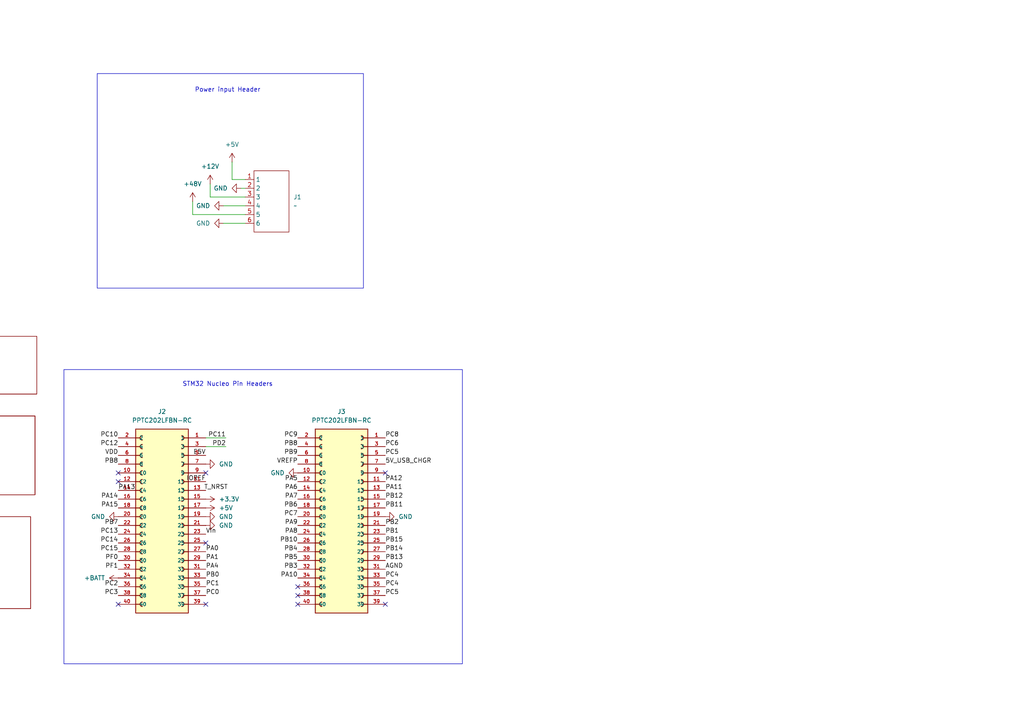
<source format=kicad_sch>
(kicad_sch (version 20250114) (generator "eeschema") (generator_version "9.0")
  (paper "A4")
  (lib_symbols
    (symbol "Directory:PPTC202LFBN-RC" (pin_names (offset 1.016))
      (property "Reference" "J" (at -7.62 28.702 0))
      (property "Value" "PPTC202LFBN-RC" (at -7.62 -27.94 0))
      (symbol "PPTC202LFBN-RC_0_0"
        (polyline (pts (xy -7.62 25.4) (xy -6.35 25.4)) (stroke (width 0.254)))
        (polyline (pts (xy -7.62 22.86) (xy -6.35 22.86)) (stroke (width 0.254)))
        (polyline (pts (xy -7.62 20.32) (xy -6.35 20.32)) (stroke (width 0.254)))
        (polyline (pts (xy -7.62 17.78) (xy -6.35 17.78)) (stroke (width 0.254)))
        (polyline (pts (xy -7.62 15.24) (xy -6.35 15.24)) (stroke (width 0.254)))
        (polyline (pts (xy -7.62 12.7) (xy -6.35 12.7)) (stroke (width 0.254)))
        (polyline (pts (xy -7.62 10.16) (xy -6.35 10.16)) (stroke (width 0.254)))
        (polyline (pts (xy -7.62 7.62) (xy -6.35 7.62)) (stroke (width 0.254)))
        (polyline (pts (xy -7.62 5.08) (xy -6.35 5.08)) (stroke (width 0.254)))
        (polyline (pts (xy -7.62 2.54) (xy -6.35 2.54)) (stroke (width 0.254)))
        (polyline (pts (xy -7.62 0) (xy -6.35 0)) (stroke (width 0.254)))
        (polyline (pts (xy -7.62 -2.54) (xy -6.35 -2.54)) (stroke (width 0.254)))
        (polyline (pts (xy -7.62 -5.08) (xy -6.35 -5.08)) (stroke (width 0.254)))
        (polyline (pts (xy -7.62 -7.62) (xy -6.35 -7.62)) (stroke (width 0.254)))
        (polyline (pts (xy -7.62 -10.16) (xy -6.35 -10.16)) (stroke (width 0.254)))
        (polyline (pts (xy -7.62 -12.7) (xy -6.35 -12.7)) (stroke (width 0.254)))
        (polyline (pts (xy -7.62 -15.24) (xy -6.35 -15.24)) (stroke (width 0.254)))
        (polyline (pts (xy -7.62 -17.78) (xy -6.35 -17.78)) (stroke (width 0.254)))
        (polyline (pts (xy -7.62 -20.32) (xy -6.35 -20.32)) (stroke (width 0.254)))
        (polyline (pts (xy -7.62 -22.86) (xy -6.35 -22.86)) (stroke (width 0.254)))
        (rectangle (start -7.62 -25.4) (end 7.62 27.94) (stroke (width 0.254)) (fill (type background)))
        (arc (start -5.715 24.765) (mid -6.3472 25.4) (end -5.715 26.035) (stroke (width 0.254)))
        (arc (start -5.715 22.225) (mid -6.3472 22.86) (end -5.715 23.495) (stroke (width 0.254)))
        (arc (start -5.715 19.685) (mid -6.3472 20.32) (end -5.715 20.955) (stroke (width 0.254)))
        (arc (start -5.715 17.145) (mid -6.3472 17.78) (end -5.715 18.415) (stroke (width 0.254)))
        (arc (start -5.715 14.605) (mid -6.3472 15.24) (end -5.715 15.875) (stroke (width 0.254)))
        (arc (start -5.715 12.065) (mid -6.3472 12.7) (end -5.715 13.335) (stroke (width 0.254)))
        (arc (start -5.715 9.525) (mid -6.3472 10.16) (end -5.715 10.795) (stroke (width 0.254)))
        (arc (start -5.715 6.985) (mid -6.3472 7.62) (end -5.715 8.255) (stroke (width 0.254)))
        (arc (start -5.715 4.445) (mid -6.3472 5.08) (end -5.715 5.715) (stroke (width 0.254)))
        (arc (start -5.715 1.905) (mid -6.3472 2.54) (end -5.715 3.175) (stroke (width 0.254)))
        (arc (start -5.715 -0.635) (mid -6.3472 0) (end -5.715 0.635) (stroke (width 0.254)))
        (arc (start -5.715 -3.175) (mid -6.3472 -2.54) (end -5.715 -1.905) (stroke (width 0.254)))
        (arc (start -5.715 -5.715) (mid -6.3472 -5.08) (end -5.715 -4.445) (stroke (width 0.254)))
        (arc (start -5.715 -8.255) (mid -6.3472 -7.62) (end -5.715 -6.985) (stroke (width 0.254)))
        (arc (start -5.715 -10.795) (mid -6.3472 -10.16) (end -5.715 -9.525) (stroke (width 0.254)))
        (arc (start -5.715 -13.335) (mid -6.3472 -12.7) (end -5.715 -12.065) (stroke (width 0.254)))
        (arc (start -5.715 -15.875) (mid -6.3472 -15.24) (end -5.715 -14.605) (stroke (width 0.254)))
        (arc (start -5.715 -18.415) (mid -6.3472 -17.78) (end -5.715 -17.145) (stroke (width 0.254)))
        (arc (start -5.715 -20.955) (mid -6.3472 -20.32) (end -5.715 -19.685) (stroke (width 0.254)))
        (arc (start -5.715 -23.495) (mid -6.3472 -22.86) (end -5.715 -22.225) (stroke (width 0.254)))
        (arc (start 5.715 26.035) (mid 6.3472 25.4) (end 5.715 24.765) (stroke (width 0.254)))
        (arc (start 5.715 23.495) (mid 6.3472 22.86) (end 5.715 22.225) (stroke (width 0.254)))
        (arc (start 5.715 20.955) (mid 6.3472 20.32) (end 5.715 19.685) (stroke (width 0.254)))
        (arc (start 5.715 18.415) (mid 6.3472 17.78) (end 5.715 17.145) (stroke (width 0.254)))
        (arc (start 5.715 15.875) (mid 6.3472 15.24) (end 5.715 14.605) (stroke (width 0.254)))
        (arc (start 5.715 13.335) (mid 6.3472 12.7) (end 5.715 12.065) (stroke (width 0.254)))
        (arc (start 5.715 10.795) (mid 6.3472 10.16) (end 5.715 9.525) (stroke (width 0.254)))
        (arc (start 5.715 8.255) (mid 6.3472 7.62) (end 5.715 6.985) (stroke (width 0.254)))
        (arc (start 5.715 5.715) (mid 6.3472 5.08) (end 5.715 4.445) (stroke (width 0.254)))
        (arc (start 5.715 3.175) (mid 6.3472 2.54) (end 5.715 1.905) (stroke (width 0.254)))
        (arc (start 5.715 0.635) (mid 6.3472 0) (end 5.715 -0.635) (stroke (width 0.254)))
        (arc (start 5.715 -1.905) (mid 6.3472 -2.54) (end 5.715 -3.175) (stroke (width 0.254)))
        (arc (start 5.715 -4.445) (mid 6.3472 -5.08) (end 5.715 -5.715) (stroke (width 0.254)))
        (arc (start 5.715 -6.985) (mid 6.3472 -7.62) (end 5.715 -8.255) (stroke (width 0.254)))
        (arc (start 5.715 -9.525) (mid 6.3472 -10.16) (end 5.715 -10.795) (stroke (width 0.254)))
        (arc (start 5.715 -12.065) (mid 6.3472 -12.7) (end 5.715 -13.335) (stroke (width 0.254)))
        (arc (start 5.715 -14.605) (mid 6.3472 -15.24) (end 5.715 -15.875) (stroke (width 0.254)))
        (arc (start 5.715 -17.145) (mid 6.3472 -17.78) (end 5.715 -18.415) (stroke (width 0.254)))
        (arc (start 5.715 -19.685) (mid 6.3472 -20.32) (end 5.715 -20.955) (stroke (width 0.254)))
        (arc (start 5.715 -22.225) (mid 6.3472 -22.86) (end 5.715 -23.495) (stroke (width 0.254)))
        (polyline (pts (xy 7.62 25.4) (xy 6.35 25.4)) (stroke (width 0.254)))
        (polyline (pts (xy 7.62 22.86) (xy 6.35 22.86)) (stroke (width 0.254)))
        (polyline (pts (xy 7.62 20.32) (xy 6.35 20.32)) (stroke (width 0.254)))
        (polyline (pts (xy 7.62 17.78) (xy 6.35 17.78)) (stroke (width 0.254)))
        (polyline (pts (xy 7.62 15.24) (xy 6.35 15.24)) (stroke (width 0.254)))
        (polyline (pts (xy 7.62 12.7) (xy 6.35 12.7)) (stroke (width 0.254)))
        (polyline (pts (xy 7.62 10.16) (xy 6.35 10.16)) (stroke (width 0.254)))
        (polyline (pts (xy 7.62 7.62) (xy 6.35 7.62)) (stroke (width 0.254)))
        (polyline (pts (xy 7.62 5.08) (xy 6.35 5.08)) (stroke (width 0.254)))
        (polyline (pts (xy 7.62 2.54) (xy 6.35 2.54)) (stroke (width 0.254)))
        (polyline (pts (xy 7.62 0) (xy 6.35 0)) (stroke (width 0.254)))
        (polyline (pts (xy 7.62 -2.54) (xy 6.35 -2.54)) (stroke (width 0.254)))
        (polyline (pts (xy 7.62 -5.08) (xy 6.35 -5.08)) (stroke (width 0.254)))
        (polyline (pts (xy 7.62 -7.62) (xy 6.35 -7.62)) (stroke (width 0.254)))
        (polyline (pts (xy 7.62 -10.16) (xy 6.35 -10.16)) (stroke (width 0.254)))
        (polyline (pts (xy 7.62 -12.7) (xy 6.35 -12.7)) (stroke (width 0.254)))
        (polyline (pts (xy 7.62 -15.24) (xy 6.35 -15.24)) (stroke (width 0.254)))
        (polyline (pts (xy 7.62 -17.78) (xy 6.35 -17.78)) (stroke (width 0.254)))
        (polyline (pts (xy 7.62 -20.32) (xy 6.35 -20.32)) (stroke (width 0.254)))
        (polyline (pts (xy 7.62 -22.86) (xy 6.35 -22.86)) (stroke (width 0.254)))
        (pin passive line (at -12.7 25.4 0) (length 5.08) (name "1") (number "1"))
        (pin passive line (at -12.7 22.86 0) (length 5.08) (name "3") (number "3"))
        (pin passive line (at -12.7 20.32 0) (length 5.08) (name "5") (number "5"))
        (pin passive line (at -12.7 17.78 0) (length 5.08) (name "7") (number "7"))
        (pin passive line (at -12.7 15.24 0) (length 5.08) (name "9") (number "9"))
        (pin passive line (at -12.7 12.7 0) (length 5.08) (name "11") (number "11"))
        (pin passive line (at -12.7 10.16 0) (length 5.08) (name "13") (number "13"))
        (pin passive line (at -12.7 7.62 0) (length 5.08) (name "15") (number "15"))
        (pin passive line (at -12.7 5.08 0) (length 5.08) (name "17") (number "17"))
        (pin passive line (at -12.7 2.54 0) (length 5.08) (name "19") (number "19"))
        (pin passive line (at -12.7 0 0) (length 5.08) (name "21") (number "21"))
        (pin passive line (at -12.7 -2.54 0) (length 5.08) (name "23") (number "23"))
        (pin passive line (at -12.7 -5.08 0) (length 5.08) (name "25") (number "25"))
        (pin passive line (at -12.7 -7.62 0) (length 5.08) (name "27") (number "27"))
        (pin passive line (at -12.7 -10.16 0) (length 5.08) (name "29") (number "29"))
        (pin passive line (at -12.7 -12.7 0) (length 5.08) (name "31") (number "31"))
        (pin passive line (at -12.7 -15.24 0) (length 5.08) (name "33") (number "33"))
        (pin passive line (at -12.7 -17.78 0) (length 5.08) (name "35") (number "35"))
        (pin passive line (at -12.7 -20.32 0) (length 5.08) (name "37") (number "37"))
        (pin passive line (at -12.7 -22.86 0) (length 5.08) (name "39") (number "39"))
        (pin passive line (at 12.7 25.4 180) (length 5.08) (name "2") (number "2"))
        (pin passive line (at 12.7 22.86 180) (length 5.08) (name "4") (number "4"))
        (pin passive line (at 12.7 20.32 180) (length 5.08) (name "6") (number "6"))
        (pin passive line (at 12.7 17.78 180) (length 5.08) (name "8") (number "8"))
        (pin passive line (at 12.7 15.24 180) (length 5.08) (name "10") (number "10"))
        (pin passive line (at 12.7 12.7 180) (length 5.08) (name "12") (number "12"))
        (pin passive line (at 12.7 10.16 180) (length 5.08) (name "14") (number "14"))
        (pin passive line (at 12.7 7.62 180) (length 5.08) (name "16") (number "16"))
        (pin passive line (at 12.7 5.08 180) (length 5.08) (name "18") (number "18"))
        (pin passive line (at 12.7 2.54 180) (length 5.08) (name "20") (number "20"))
        (pin passive line (at 12.7 0 180) (length 5.08) (name "22") (number "22"))
        (pin passive line (at 12.7 -2.54 180) (length 5.08) (name "24") (number "24"))
        (pin passive line (at 12.7 -5.08 180) (length 5.08) (name "26") (number "26"))
        (pin passive line (at 12.7 -7.62 180) (length 5.08) (name "28") (number "28"))
        (pin passive line (at 12.7 -10.16 180) (length 5.08) (name "30") (number "30"))
        (pin passive line (at 12.7 -12.7 180) (length 5.08) (name "32") (number "32"))
        (pin passive line (at 12.7 -15.24 180) (length 5.08) (name "34") (number "34"))
        (pin passive line (at 12.7 -17.78 180) (length 5.08) (name "36") (number "36"))
        (pin passive line (at 12.7 -20.32 180) (length 5.08) (name "38") (number "38"))
        (pin passive line (at 12.7 -22.86 180) (length 5.08) (name "40") (number "40"))
      )
    )
    (symbol "TB005-762-06BE:TB005-762-06BE"
      (property "Reference" "J" (at 0 0 0))
      (symbol "TB005-762-06BE_0_1"
        (rectangle (start 2.54 0) (end 12.7 -17.78))
      )
      (symbol "TB005-762-06BE_1_1"
        (pin input line (at 0 -2.54 0) (length 2.54) (name "1") (number "1"))
        (pin input line (at 0 -5.08 0) (length 2.54) (name "2") (number "2"))
        (pin input line (at 0 -7.62 0) (length 2.54) (name "3") (number "3"))
        (pin input line (at 0 -10.16 0) (length 2.54) (name "4") (number "4"))
        (pin input line (at 0 -12.7 0) (length 2.54) (name "5") (number "5"))
        (pin input line (at 0 -15.24 0) (length 2.54) (name "6") (number "6"))
      )
    )
    (symbol "power:+12V" (power) (pin_numbers (hide yes)) (pin_names (offset 0) (hide yes))
      (property "Value" "+12V" (at 0 3.556 0))
      (symbol "+12V_0_1"
        (polyline (pts (xy -0.762 1.27) (xy 0 2.54)))
        (polyline (pts (xy 0 2.54) (xy 0.762 1.27)))
        (polyline (pts (xy 0 0) (xy 0 2.54)))
      )
      (symbol "+12V_1_1"
        (pin power_in line (at 0 0 90) (length 0) (name "~") (number "1"))
      )
    )
    (symbol "power:+3.3V" (power) (pin_numbers (hide yes)) (pin_names (offset 0) (hide yes))
      (property "Value" "+3.3V" (at 0 3.556 0))
      (symbol "+3.3V_0_1"
        (polyline (pts (xy -0.762 1.27) (xy 0 2.54)))
        (polyline (pts (xy 0 2.54) (xy 0.762 1.27)))
        (polyline (pts (xy 0 0) (xy 0 2.54)))
      )
      (symbol "+3.3V_1_1"
        (pin power_in line (at 0 0 90) (length 0) (name "~") (number "1"))
      )
    )
    (symbol "power:+48V" (power) (pin_numbers (hide yes)) (pin_names (offset 0) (hide yes))
      (property "Value" "+48V" (at 0 3.556 0))
      (symbol "+48V_0_1"
        (polyline (pts (xy -0.762 1.27) (xy 0 2.54)))
        (polyline (pts (xy 0 2.54) (xy 0.762 1.27)))
        (polyline (pts (xy 0 0) (xy 0 2.54)))
      )
      (symbol "+48V_1_1"
        (pin power_in line (at 0 0 90) (length 0) (name "~") (number "1"))
      )
    )
    (symbol "power:+5V" (power) (pin_numbers (hide yes)) (pin_names (offset 0) (hide yes))
      (property "Value" "+5V" (at 0 3.556 0))
      (symbol "+5V_0_1"
        (polyline (pts (xy -0.762 1.27) (xy 0 2.54)))
        (polyline (pts (xy 0 2.54) (xy 0.762 1.27)))
        (polyline (pts (xy 0 0) (xy 0 2.54)))
      )
      (symbol "+5V_1_1"
        (pin power_in line (at 0 0 90) (length 0) (name "~") (number "1"))
      )
    )
    (symbol "power:+BATT" (power) (pin_numbers (hide yes)) (pin_names (offset 0) (hide yes))
      (property "Value" "+BATT" (at 0 3.556 0))
      (symbol "+BATT_0_1"
        (polyline (pts (xy -0.762 1.27) (xy 0 2.54)))
        (polyline (pts (xy 0 2.54) (xy 0.762 1.27)))
        (polyline (pts (xy 0 0) (xy 0 2.54)))
      )
      (symbol "+BATT_1_1"
        (pin power_in line (at 0 0 90) (length 0) (name "~") (number "1"))
      )
    )
    (symbol "power:GND" (power) (pin_numbers (hide yes)) (pin_names (offset 0) (hide yes))
      (property "Value" "GND" (at 0 -3.81 0))
      (symbol "GND_0_1"
        (polyline (pts (xy 0 0) (xy 0 -1.27) (xy 1.27 -1.27) (xy 0 -2.54) (xy -1.27 -1.27) (xy 0 -1.27)))
      )
      (symbol "GND_1_1"
        (pin power_in line (at 0 0 270) (length 0) (name "~") (number "1"))
      )
    )
  )
  (rectangle (start 28.194 21.336) (end 105.41 83.566))
  (rectangle (start 18.542 107.188) (end 134.112 192.532))
  (text "STM32 Nucleo Pin Headers\n" (at 66.04 111.506 0) (effects (font (size 1.27 1.27))))
  (text "Power input Header" (at 66.04 26.162 0) (effects (font (size 1.27 1.27))))
  (no_connect (at 34.29 137.16))
  (no_connect (at 86.36 170.18))
  (no_connect (at 111.76 175.26))
  (no_connect (at 86.36 172.72))
  (no_connect (at 59.69 137.16))
  (no_connect (at 111.76 137.16))
  (no_connect (at 34.29 139.7))
  (no_connect (at 86.36 175.26))
  (no_connect (at 34.29 175.26))
  (no_connect (at 59.69 157.48))
  (no_connect (at 59.69 175.26))
  (wire (pts (xy 65.532 129.54) (xy 59.69 129.54)))
  (wire (pts (xy 71.12 59.69) (xy 64.77 59.69)))
  (wire (pts (xy 59.69 127) (xy 65.532 127)))
  (wire (pts (xy 55.88 58.42) (xy 55.88 62.23)))
  (wire (pts (xy 71.12 54.61) (xy 69.85 54.61)))
  (wire (pts (xy 55.88 62.23) (xy 71.12 62.23)))
  (wire (pts (xy 67.31 46.99) (xy 67.31 52.07)))
  (wire (pts (xy 71.12 64.77) (xy 64.77 64.77)))
  (wire (pts (xy 67.31 52.07) (xy 71.12 52.07)))
  (wire (pts (xy 60.96 53.34) (xy 60.96 57.15)))
  (wire (pts (xy 60.96 57.15) (xy 71.12 57.15)))
  (label "PC4" (at 111.76 167.64 0))
  (label "VREFP" (at 86.36 134.62 180))
  (label "PB8" (at 34.29 134.62 180))
  (label "PB14" (at 111.76 160.02 0))
  (label "Vin" (at 59.69 154.94 0))
  (label "PA8" (at 86.36 154.94 180))
  (label "PA13" (at 34.29 142.24 0))
  (label "PB12" (at 111.76 144.78 0))
  (label "PC13" (at 34.29 154.94 180))
  (label "VDD" (at 34.29 132.08 180))
  (label "PA14" (at 34.29 144.78 180))
  (label "PA6" (at 86.36 142.24 180))
  (label "PA10" (at 86.36 167.64 180))
  (label "PB0" (at 59.69 167.64 0))
  (label "PF0" (at 34.29 162.56 180))
  (label "PA0" (at 59.69 160.02 0))
  (label "PD2" (at 65.532 129.54 180))
  (label "PB8" (at 86.36 129.54 180))
  (label "PC9" (at 86.36 127 180))
  (label "PB11" (at 111.76 147.32 0))
  (label "PA5" (at 86.36 139.7 180))
  (label "PC6" (at 111.76 129.54 0))
  (label "PB2" (at 111.76 152.4 0))
  (label "PC7" (at 86.36 149.86 180))
  (label "PA1" (at 59.69 162.56 0))
  (label "PB9" (at 86.36 132.08 180))
  (label "IOREF" (at 59.69 139.7 180))
  (label "PB10" (at 86.36 157.48 180))
  (label "PC4" (at 111.76 170.18 0))
  (label "PC15" (at 34.29 160.02 180))
  (label "PA9" (at 86.36 152.4 180))
  (label "PC2" (at 34.29 170.18 180))
  (label "PB7" (at 34.29 152.4 180))
  (label "PA7" (at 86.36 144.78 180))
  (label "PA15" (at 34.29 147.32 180))
  (label "5V_USB_CHGR" (at 111.76 134.62 0))
  (label "PC1" (at 59.69 170.18 0))
  (label "PC3" (at 34.29 172.72 180))
  (label "PC5" (at 111.76 172.72 0))
  (label "PB4" (at 86.36 160.02 180))
  (label "PF1" (at 34.29 165.1 180))
  (label "AGND" (at 111.76 165.1 0))
  (label "PB13" (at 111.76 162.56 0))
  (label "PB5" (at 86.36 162.56 180))
  (label "PB1" (at 111.76 154.94 0))
  (label "PB15" (at 111.76 157.48 0))
  (label "E5V" (at 59.69 132.08 180))
  (label "T_NRST" (at 59.182 142.24 0))
  (label "PA11" (at 111.76 142.24 0))
  (label "PC11" (at 65.532 127 180))
  (label "PB3" (at 86.36 165.1 180))
  (label "PB6" (at 86.36 147.32 180))
  (label "PC8" (at 111.76 127 0))
  (label "PA12" (at 111.76 139.7 0))
  (label "PC5" (at 111.76 132.08 0))
  (label "PC10" (at 34.29 127 180))
  (label "PC12" (at 34.29 129.54 180))
  (label "PC0" (at 59.69 172.72 0))
  (label "PC14" (at 34.29 157.48 180))
  (label "PA4" (at 59.69 165.1 0))
  (symbol (lib_id "TB005-762-06BE:TB005-762-06BE") (at 71.12 49.53 0) (unit 1)
    (property "Reference" "J1" (at 85.09 57.1499 0) (effects (justify left)))
    (property "Value" "~" (at 85.09 59.6899 0) (effects (justify left)))
    (property "Footprint" "Custom:CUI_TB005_-762-06BE" (effects (hide yes)))
  )
  (symbol (lib_id "Directory:PPTC202LFBN-RC") (at 99.06 152.4 0) (mirror y) (unit 1)
    (property "Reference" "J3" (at 99.06 119.38 0))
    (property "Value" "PPTC202LFBN-RC" (at 99.06 121.92 0))
    (property "Footprint" "Custom:TE_2-215307-0" (effects (hide yes)))
    (property "PARTREV" "L" (effects (hide yes)))
    (property "STANDARD" "Manufacturer Recommendations" (effects (hide yes)))
    (property "SNAPEDA_PN" "PPTC202LFBN-RC" (effects (hide yes)))
    (property "MAXIMUM_PACKAGE_HEIGHT" "8.5mm" (effects (hide yes)))
    (property "MANUFACTURER" "Sullins Connector Solutions" (effects (hide yes)))
  )
  (symbol (lib_id "power:GND") (at 59.69 134.62 90) (mirror x) (unit 1)
    (property "Reference" "#PWR07" (effects (hide yes)))
    (property "Value" "GND" (at 63.5 134.6199 90) (effects (justify right)))
    (property "Description" "Power symbol creates a global label with name \"GND\" , ground" (effects (hide yes)))
  )
  (symbol (lib_id "power:+5V") (at 59.69 147.32 270) (mirror x) (unit 1)
    (property "Reference" "#PWR011" (effects (hide yes)))
    (property "Value" "+5V" (at 63.5 147.3199 90) (effects (justify left)))
    (property "Description" "Power symbol creates a global label with name \"+5V\"" (effects (hide yes)))
  )
  (symbol (lib_id "power:+3.3V") (at 59.69 144.78 270) (mirror x) (unit 1)
    (property "Reference" "#PWR08" (effects (hide yes)))
    (property "Value" "+3.3V" (at 63.5 144.7799 90) (effects (justify left)))
    (property "Description" "Power symbol creates a global label with name \"+3.3V\"" (effects (hide yes)))
  )
  (symbol (lib_id "power:GND") (at 59.69 149.86 90) (mirror x) (unit 1)
    (property "Reference" "#PWR09" (effects (hide yes)))
    (property "Value" "GND" (at 63.5 149.8599 90) (effects (justify right)))
    (property "Description" "Power symbol creates a global label with name \"GND\" , ground" (effects (hide yes)))
  )
  (symbol (lib_id "power:GND") (at 86.36 137.16 270) (unit 1)
    (property "Reference" "#PWR015" (effects (hide yes)))
    (property "Value" "GND" (at 82.55 137.1599 90) (effects (justify right)))
    (property "Description" "Power symbol creates a global label with name \"GND\" , ground" (effects (hide yes)))
  )
  (symbol (lib_id "power:GND") (at 64.77 59.69 270) (unit 1)
    (property "Reference" "#PWR05" (effects (hide yes)))
    (property "Value" "GND" (at 60.96 59.6899 90) (effects (justify right)))
    (property "Description" "Power symbol creates a global label with name \"GND\" , ground" (effects (hide yes)))
  )
  (symbol (lib_id "power:GND") (at 69.85 54.61 270) (unit 1)
    (property "Reference" "#PWR03" (effects (hide yes)))
    (property "Value" "GND" (at 66.04 54.6099 90) (effects (justify right)))
    (property "Description" "Power symbol creates a global label with name \"GND\" , ground" (effects (hide yes)))
  )
  (symbol (lib_id "power:+48V") (at 55.88 58.42 0) (unit 1)
    (property "Reference" "#PWR02" (effects (hide yes)))
    (property "Value" "+48V" (at 55.88 53.34 0))
    (property "Description" "Power symbol creates a global label with name \"+48V\"" (effects (hide yes)))
  )
  (symbol (lib_id "power:+BATT") (at 34.29 167.64 90) (unit 1)
    (property "Reference" "#PWR010" (effects (hide yes)))
    (property "Value" "+BATT" (at 30.48 167.6399 90) (effects (justify left)))
    (property "Description" "Power symbol creates a global label with name \"+BATT\"" (effects (hide yes)))
  )
  (symbol (lib_id "power:+12V") (at 60.96 53.34 0) (unit 1)
    (property "Reference" "#PWR04" (effects (hide yes)))
    (property "Value" "+12V" (at 60.96 48.26 0))
    (property "Description" "Power symbol creates a global label with name \"+12V\"" (effects (hide yes)))
  )
  (symbol (lib_id "power:+5V") (at 67.31 46.99 0) (unit 1)
    (property "Reference" "#PWR01" (effects (hide yes)))
    (property "Value" "+5V" (at 67.31 41.91 0))
    (property "Description" "Power symbol creates a global label with name \"+5V\"" (effects (hide yes)))
  )
  (symbol (lib_id "power:GND") (at 34.29 149.86 270) (unit 1)
    (property "Reference" "#PWR012" (effects (hide yes)))
    (property "Value" "GND" (at 30.48 149.8599 90) (effects (justify right)))
    (property "Description" "Power symbol creates a global label with name \"GND\" , ground" (effects (hide yes)))
  )
  (symbol (lib_id "power:GND") (at 59.69 152.4 90) (mirror x) (unit 1)
    (property "Reference" "#PWR013" (effects (hide yes)))
    (property "Value" "GND" (at 63.5 152.3999 90) (effects (justify right)))
    (property "Description" "Power symbol creates a global label with name \"GND\" , ground" (effects (hide yes)))
  )
  (symbol (lib_id "power:GND") (at 111.76 149.86 90) (unit 1)
    (property "Reference" "#PWR014" (effects (hide yes)))
    (property "Value" "GND" (at 115.57 149.8599 90) (effects (justify right)))
    (property "Description" "Power symbol creates a global label with name \"GND\" , ground" (effects (hide yes)))
  )
  (symbol (lib_id "Directory:PPTC202LFBN-RC") (at 46.99 152.4 0) (mirror y) (unit 1)
    (property "Reference" "J2" (at 46.99 119.38 0))
    (property "Value" "PPTC202LFBN-RC" (at 46.99 121.92 0))
    (property "Footprint" "Custom:TE_2-215307-0" (effects (hide yes)))
    (property "PARTREV" "L" (effects (hide yes)))
    (property "STANDARD" "Manufacturer Recommendations" (effects (hide yes)))
    (property "SNAPEDA_PN" "PPTC202LFBN-RC" (effects (hide yes)))
    (property "MAXIMUM_PACKAGE_HEIGHT" "8.5mm" (effects (hide yes)))
    (property "MANUFACTURER" "Sullins Connector Solutions" (effects (hide yes)))
  )
  (symbol (lib_id "power:GND") (at 64.77 64.77 270) (unit 1)
    (property "Reference" "#PWR06" (effects (hide yes)))
    (property "Value" "GND" (at 60.96 64.7699 90) (effects (justify right)))
    (property "Description" "Power symbol creates a global label with name \"GND\" , ground" (effects (hide yes)))
  )
  (sheet (at -30.48 120.65) (size 40.64 22.86) (stroke (width 0.1524))
    (property "Sheetname" "drill" (at -30.48 119.9384 0) (effects (justify left bottom)))
    (property "Sheetfile" "drill.kicad_sch" (at -30.48 144.0946 0) (effects (justify left top)))
  )
  (sheet (at -31.75 97.536) (size 42.418 16.764) (stroke (width 0.1524))
    (property "Sheetname" "ActuatorCTRL" (at -31.75 96.8244 0) (effects (justify left bottom)))
    (property "Sheetfile" "ActuatorCTRL.kicad_sch" (at -31.75 114.8846 0) (effects (justify left top)))
  )
  (sheet (at -31.75 149.86) (size 40.64 26.67) (stroke (width 0.1524))
    (property "Sheetname" "Screw Motors" (at -31.75 149.1484 0) (effects (justify left bottom)))
    (property "Sheetfile" "screwMotors.kicad_sch" (at -31.75 177.1146 0) (effects (justify left top)))
  )
)
</source>
